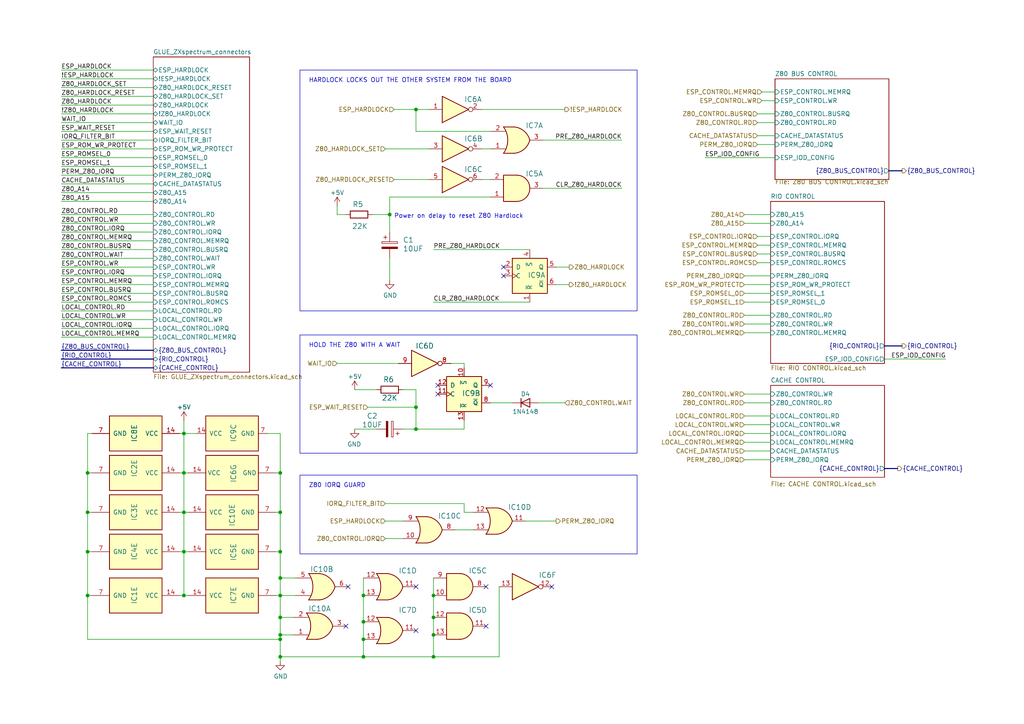
<source format=kicad_sch>
(kicad_sch (version 20230121) (generator eeschema)
  (paper "A4")
  (title_block (comment 1 "This is a 74 series logic implemenation of the GLUE logic for a ZXspectrum FujiNet"))
  (lib_symbols
    (symbol "74xx:74HC04"
      (property "Reference" "U" (at 0 1.27 0))
      (property "Value" "74HC04" (at 0 -1.27 0))
      (symbol "74HC04_1_0"
        (polyline (pts (xy -3.81 3.81) (xy -3.81 -3.81) (xy 3.81 0) (xy -3.81 3.81)) (stroke (width 0.254)) (fill (type background)))
        (pin input line (at -7.62 0 0) (length 3.81) (name "~") (number "1"))
        (pin output inverted (at 7.62 0 180) (length 3.81) (name "~") (number "2"))
      )
      (symbol "74HC04_2_0"
        (polyline (pts (xy -3.81 3.81) (xy -3.81 -3.81) (xy 3.81 0) (xy -3.81 3.81)) (stroke (width 0.254)) (fill (type background)))
        (pin input line (at -7.62 0 0) (length 3.81) (name "~") (number "3"))
        (pin output inverted (at 7.62 0 180) (length 3.81) (name "~") (number "4"))
      )
      (symbol "74HC04_3_0"
        (polyline (pts (xy -3.81 3.81) (xy -3.81 -3.81) (xy 3.81 0) (xy -3.81 3.81)) (stroke (width 0.254)) (fill (type background)))
        (pin input line (at -7.62 0 0) (length 3.81) (name "~") (number "5"))
        (pin output inverted (at 7.62 0 180) (length 3.81) (name "~") (number "6"))
      )
      (symbol "74HC04_4_0"
        (polyline (pts (xy -3.81 3.81) (xy -3.81 -3.81) (xy 3.81 0) (xy -3.81 3.81)) (stroke (width 0.254)) (fill (type background)))
        (pin output inverted (at 7.62 0 180) (length 3.81) (name "~") (number "8"))
        (pin input line (at -7.62 0 0) (length 3.81) (name "~") (number "9"))
      )
      (symbol "74HC04_5_0"
        (polyline (pts (xy -3.81 3.81) (xy -3.81 -3.81) (xy 3.81 0) (xy -3.81 3.81)) (stroke (width 0.254)) (fill (type background)))
        (pin output inverted (at 7.62 0 180) (length 3.81) (name "~") (number "10"))
        (pin input line (at -7.62 0 0) (length 3.81) (name "~") (number "11"))
      )
      (symbol "74HC04_6_0"
        (polyline (pts (xy -3.81 3.81) (xy -3.81 -3.81) (xy 3.81 0) (xy -3.81 3.81)) (stroke (width 0.254)) (fill (type background)))
        (pin output inverted (at 7.62 0 180) (length 3.81) (name "~") (number "12"))
        (pin input line (at -7.62 0 0) (length 3.81) (name "~") (number "13"))
      )
      (symbol "74HC04_7_0"
        (pin power_in line (at 0 12.7 270) (length 5.08) (name "VCC") (number "14"))
        (pin power_in line (at 0 -12.7 90) (length 5.08) (name "GND") (number "7"))
      )
      (symbol "74HC04_7_1"
        (rectangle (start -5.08 7.62) (end 5.08 -7.62) (stroke (width 0.254)) (fill (type background)))
      )
    )
    (symbol "74xx:74HC74" (pin_names (offset 1.016))
      (property "Reference" "U" (at -7.62 8.89 0))
      (property "Value" "74HC74" (at -7.62 -8.89 0))
      (symbol "74HC74_1_0"
        (pin input line (at 0 -7.62 90) (length 2.54) (name "~{R}") (number "1"))
        (pin input line (at -7.62 2.54 0) (length 2.54) (name "D") (number "2"))
        (pin input clock (at -7.62 0 0) (length 2.54) (name "C") (number "3"))
        (pin input line (at 0 7.62 270) (length 2.54) (name "~{S}") (number "4"))
        (pin output line (at 7.62 2.54 180) (length 2.54) (name "Q") (number "5"))
        (pin output line (at 7.62 -2.54 180) (length 2.54) (name "~{Q}") (number "6"))
      )
      (symbol "74HC74_1_1"
        (rectangle (start -5.08 5.08) (end 5.08 -5.08) (stroke (width 0.254)) (fill (type background)))
      )
      (symbol "74HC74_2_0"
        (pin input line (at 0 7.62 270) (length 2.54) (name "~{S}") (number "10"))
        (pin input clock (at -7.62 0 0) (length 2.54) (name "C") (number "11"))
        (pin input line (at -7.62 2.54 0) (length 2.54) (name "D") (number "12"))
        (pin input line (at 0 -7.62 90) (length 2.54) (name "~{R}") (number "13"))
        (pin output line (at 7.62 -2.54 180) (length 2.54) (name "~{Q}") (number "8"))
        (pin output line (at 7.62 2.54 180) (length 2.54) (name "Q") (number "9"))
      )
      (symbol "74HC74_2_1"
        (rectangle (start -5.08 5.08) (end 5.08 -5.08) (stroke (width 0.254)) (fill (type background)))
      )
      (symbol "74HC74_3_0"
        (pin power_in line (at 0 10.16 270) (length 2.54) (name "VCC") (number "14"))
        (pin power_in line (at 0 -10.16 90) (length 2.54) (name "GND") (number "7"))
      )
      (symbol "74HC74_3_1"
        (rectangle (start -5.08 7.62) (end 5.08 -7.62) (stroke (width 0.254)) (fill (type background)))
      )
    )
    (symbol "74xx:74LS08" (pin_names (offset 1.016))
      (property "Reference" "U" (at 0 1.27 0))
      (property "Value" "74LS08" (at 0 -1.27 0))
      (symbol "74LS08_1_1"
        (arc (start 0 -3.81) (mid 3.7934 0) (end 0 3.81) (stroke (width 0.254)) (fill (type background)))
        (polyline (pts (xy 0 3.81) (xy -3.81 3.81) (xy -3.81 -3.81) (xy 0 -3.81)) (stroke (width 0.254)) (fill (type background)))
        (pin input line (at -7.62 2.54 0) (length 3.81) (name "~") (number "1"))
        (pin input line (at -7.62 -2.54 0) (length 3.81) (name "~") (number "2"))
        (pin output line (at 7.62 0 180) (length 3.81) (name "~") (number "3"))
      )
      (symbol "74LS08_1_2"
        (arc (start -3.81 -3.81) (mid -2.589 0) (end -3.81 3.81) (stroke (width 0.254)))
        (arc (start -0.6096 -3.81) (mid 2.1842 -2.5851) (end 3.81 0) (stroke (width 0.254)) (fill (type background)))
        (polyline (pts (xy -3.81 -3.81) (xy -0.635 -3.81)) (stroke (width 0.254)) (fill (type background)))
        (polyline (pts (xy -3.81 3.81) (xy -0.635 3.81)) (stroke (width 0.254)) (fill (type background)))
        (polyline (pts (xy -0.635 3.81) (xy -3.81 3.81) (xy -3.81 3.81) (xy -3.556 3.4036) (xy -3.0226 2.2606) (xy -2.6924 1.0414) (xy -2.6162 -0.254) (xy -2.7686 -1.4986) (xy -3.175 -2.7178) (xy -3.81 -3.81) (xy -3.81 -3.81) (xy -0.635 -3.81)) (stroke (width -25.4)) (fill (type background)))
        (arc (start 3.81 0) (mid 2.1915 2.5936) (end -0.6096 3.81) (stroke (width 0.254)) (fill (type background)))
        (pin input inverted (at -7.62 2.54 0) (length 4.318) (name "~") (number "1"))
        (pin input inverted (at -7.62 -2.54 0) (length 4.318) (name "~") (number "2"))
        (pin output inverted (at 7.62 0 180) (length 3.81) (name "~") (number "3"))
      )
      (symbol "74LS08_2_1"
        (arc (start 0 -3.81) (mid 3.7934 0) (end 0 3.81) (stroke (width 0.254)) (fill (type background)))
        (polyline (pts (xy 0 3.81) (xy -3.81 3.81) (xy -3.81 -3.81) (xy 0 -3.81)) (stroke (width 0.254)) (fill (type background)))
        (pin input line (at -7.62 2.54 0) (length 3.81) (name "~") (number "4"))
        (pin input line (at -7.62 -2.54 0) (length 3.81) (name "~") (number "5"))
        (pin output line (at 7.62 0 180) (length 3.81) (name "~") (number "6"))
      )
      (symbol "74LS08_2_2"
        (arc (start -3.81 -3.81) (mid -2.589 0) (end -3.81 3.81) (stroke (width 0.254)))
        (arc (start -0.6096 -3.81) (mid 2.1842 -2.5851) (end 3.81 0) (stroke (width 0.254)) (fill (type background)))
        (polyline (pts (xy -3.81 -3.81) (xy -0.635 -3.81)) (stroke (width 0.254)) (fill (type background)))
        (polyline (pts (xy -3.81 3.81) (xy -0.635 3.81)) (stroke (width 0.254)) (fill (type background)))
        (polyline (pts (xy -0.635 3.81) (xy -3.81 3.81) (xy -3.81 3.81) (xy -3.556 3.4036) (xy -3.0226 2.2606) (xy -2.6924 1.0414) (xy -2.6162 -0.254) (xy -2.7686 -1.4986) (xy -3.175 -2.7178) (xy -3.81 -3.81) (xy -3.81 -3.81) (xy -0.635 -3.81)) (stroke (width -25.4)) (fill (type background)))
        (arc (start 3.81 0) (mid 2.1915 2.5936) (end -0.6096 3.81) (stroke (width 0.254)) (fill (type background)))
        (pin input inverted (at -7.62 2.54 0) (length 4.318) (name "~") (number "4"))
        (pin input inverted (at -7.62 -2.54 0) (length 4.318) (name "~") (number "5"))
        (pin output inverted (at 7.62 0 180) (length 3.81) (name "~") (number "6"))
      )
      (symbol "74LS08_3_1"
        (arc (start 0 -3.81) (mid 3.7934 0) (end 0 3.81) (stroke (width 0.254)) (fill (type background)))
        (polyline (pts (xy 0 3.81) (xy -3.81 3.81) (xy -3.81 -3.81) (xy 0 -3.81)) (stroke (width 0.254)) (fill (type background)))
        (pin input line (at -7.62 -2.54 0) (length 3.81) (name "~") (number "10"))
        (pin output line (at 7.62 0 180) (length 3.81) (name "~") (number "8"))
        (pin input line (at -7.62 2.54 0) (length 3.81) (name "~") (number "9"))
      )
      (symbol "74LS08_3_2"
        (arc (start -3.81 -3.81) (mid -2.589 0) (end -3.81 3.81) (stroke (width 0.254)))
        (arc (start -0.6096 -3.81) (mid 2.1842 -2.5851) (end 3.81 0) (stroke (width 0.254)) (fill (type background)))
        (polyline (pts (xy -3.81 -3.81) (xy -0.635 -3.81)) (stroke (width 0.254)) (fill (type background)))
        (polyline (pts (xy -3.81 3.81) (xy -0.635 3.81)) (stroke (width 0.254)) (fill (type background)))
        (polyline (pts (xy -0.635 3.81) (xy -3.81 3.81) (xy -3.81 3.81) (xy -3.556 3.4036) (xy -3.0226 2.2606) (xy -2.6924 1.0414) (xy -2.6162 -0.254) (xy -2.7686 -1.4986) (xy -3.175 -2.7178) (xy -3.81 -3.81) (xy -3.81 -3.81) (xy -0.635 -3.81)) (stroke (width -25.4)) (fill (type background)))
        (arc (start 3.81 0) (mid 2.1915 2.5936) (end -0.6096 3.81) (stroke (width 0.254)) (fill (type background)))
        (pin input inverted (at -7.62 -2.54 0) (length 4.318) (name "~") (number "10"))
        (pin output inverted (at 7.62 0 180) (length 3.81) (name "~") (number "8"))
        (pin input inverted (at -7.62 2.54 0) (length 4.318) (name "~") (number "9"))
      )
      (symbol "74LS08_4_1"
        (arc (start 0 -3.81) (mid 3.7934 0) (end 0 3.81) (stroke (width 0.254)) (fill (type background)))
        (polyline (pts (xy 0 3.81) (xy -3.81 3.81) (xy -3.81 -3.81) (xy 0 -3.81)) (stroke (width 0.254)) (fill (type background)))
        (pin output line (at 7.62 0 180) (length 3.81) (name "~") (number "11"))
        (pin input line (at -7.62 2.54 0) (length 3.81) (name "~") (number "12"))
        (pin input line (at -7.62 -2.54 0) (length 3.81) (name "~") (number "13"))
      )
      (symbol "74LS08_4_2"
        (arc (start -3.81 -3.81) (mid -2.589 0) (end -3.81 3.81) (stroke (width 0.254)))
        (arc (start -0.6096 -3.81) (mid 2.1842 -2.5851) (end 3.81 0) (stroke (width 0.254)) (fill (type background)))
        (polyline (pts (xy -3.81 -3.81) (xy -0.635 -3.81)) (stroke (width 0.254)) (fill (type background)))
        (polyline (pts (xy -3.81 3.81) (xy -0.635 3.81)) (stroke (width 0.254)) (fill (type background)))
        (polyline (pts (xy -0.635 3.81) (xy -3.81 3.81) (xy -3.81 3.81) (xy -3.556 3.4036) (xy -3.0226 2.2606) (xy -2.6924 1.0414) (xy -2.6162 -0.254) (xy -2.7686 -1.4986) (xy -3.175 -2.7178) (xy -3.81 -3.81) (xy -3.81 -3.81) (xy -0.635 -3.81)) (stroke (width -25.4)) (fill (type background)))
        (arc (start 3.81 0) (mid 2.1915 2.5936) (end -0.6096 3.81) (stroke (width 0.254)) (fill (type background)))
        (pin output inverted (at 7.62 0 180) (length 3.81) (name "~") (number "11"))
        (pin input inverted (at -7.62 2.54 0) (length 4.318) (name "~") (number "12"))
        (pin input inverted (at -7.62 -2.54 0) (length 4.318) (name "~") (number "13"))
      )
      (symbol "74LS08_5_0"
        (pin power_in line (at 0 12.7 270) (length 5.08) (name "VCC") (number "14"))
        (pin power_in line (at 0 -12.7 90) (length 5.08) (name "GND") (number "7"))
      )
      (symbol "74LS08_5_1"
        (rectangle (start -5.08 7.62) (end 5.08 -7.62) (stroke (width 0.254)) (fill (type background)))
      )
    )
    (symbol "74xx:74LS32" (pin_names (offset 1.016))
      (property "Reference" "U" (at 0 1.27 0))
      (property "Value" "74LS32" (at 0 -1.27 0))
      (symbol "74LS32_1_1"
        (arc (start -3.81 -3.81) (mid -2.589 0) (end -3.81 3.81) (stroke (width 0.254)))
        (arc (start -0.6096 -3.81) (mid 2.1842 -2.5851) (end 3.81 0) (stroke (width 0.254)) (fill (type background)))
        (polyline (pts (xy -3.81 -3.81) (xy -0.635 -3.81)) (stroke (width 0.254)) (fill (type background)))
        (polyline (pts (xy -3.81 3.81) (xy -0.635 3.81)) (stroke (width 0.254)) (fill (type background)))
        (polyline (pts (xy -0.635 3.81) (xy -3.81 3.81) (xy -3.81 3.81) (xy -3.556 3.4036) (xy -3.0226 2.2606) (xy -2.6924 1.0414) (xy -2.6162 -0.254) (xy -2.7686 -1.4986) (xy -3.175 -2.7178) (xy -3.81 -3.81) (xy -3.81 -3.81) (xy -0.635 -3.81)) (stroke (width -25.4)) (fill (type background)))
        (arc (start 3.81 0) (mid 2.1915 2.5936) (end -0.6096 3.81) (stroke (width 0.254)) (fill (type background)))
        (pin input line (at -7.62 2.54 0) (length 4.318) (name "~") (number "1"))
        (pin input line (at -7.62 -2.54 0) (length 4.318) (name "~") (number "2"))
        (pin output line (at 7.62 0 180) (length 3.81) (name "~") (number "3"))
      )
      (symbol "74LS32_1_2"
        (arc (start 0 -3.81) (mid 3.7934 0) (end 0 3.81) (stroke (width 0.254)) (fill (type background)))
        (polyline (pts (xy 0 3.81) (xy -3.81 3.81) (xy -3.81 -3.81) (xy 0 -3.81)) (stroke (width 0.254)) (fill (type background)))
        (pin input inverted (at -7.62 2.54 0) (length 3.81) (name "~") (number "1"))
        (pin input inverted (at -7.62 -2.54 0) (length 3.81) (name "~") (number "2"))
        (pin output inverted (at 7.62 0 180) (length 3.81) (name "~") (number "3"))
      )
      (symbol "74LS32_2_1"
        (arc (start -3.81 -3.81) (mid -2.589 0) (end -3.81 3.81) (stroke (width 0.254)))
        (arc (start -0.6096 -3.81) (mid 2.1842 -2.5851) (end 3.81 0) (stroke (width 0.254)) (fill (type background)))
        (polyline (pts (xy -3.81 -3.81) (xy -0.635 -3.81)) (stroke (width 0.254)) (fill (type background)))
        (polyline (pts (xy -3.81 3.81) (xy -0.635 3.81)) (stroke (width 0.254)) (fill (type background)))
        (polyline (pts (xy -0.635 3.81) (xy -3.81 3.81) (xy -3.81 3.81) (xy -3.556 3.4036) (xy -3.0226 2.2606) (xy -2.6924 1.0414) (xy -2.6162 -0.254) (xy -2.7686 -1.4986) (xy -3.175 -2.7178) (xy -3.81 -3.81) (xy -3.81 -3.81) (xy -0.635 -3.81)) (stroke (width -25.4)) (fill (type background)))
        (arc (start 3.81 0) (mid 2.1915 2.5936) (end -0.6096 3.81) (stroke (width 0.254)) (fill (type background)))
        (pin input line (at -7.62 2.54 0) (length 4.318) (name "~") (number "4"))
        (pin input line (at -7.62 -2.54 0) (length 4.318) (name "~") (number "5"))
        (pin output line (at 7.62 0 180) (length 3.81) (name "~") (number "6"))
      )
      (symbol "74LS32_2_2"
        (arc (start 0 -3.81) (mid 3.7934 0) (end 0 3.81) (stroke (width 0.254)) (fill (type background)))
        (polyline (pts (xy 0 3.81) (xy -3.81 3.81) (xy -3.81 -3.81) (xy 0 -3.81)) (stroke (width 0.254)) (fill (type background)))
        (pin input inverted (at -7.62 2.54 0) (length 3.81) (name "~") (number "4"))
        (pin input inverted (at -7.62 -2.54 0) (length 3.81) (name "~") (number "5"))
        (pin output inverted (at 7.62 0 180) (length 3.81) (name "~") (number "6"))
      )
      (symbol "74LS32_3_1"
        (arc (start -3.81 -3.81) (mid -2.589 0) (end -3.81 3.81) (stroke (width 0.254)))
        (arc (start -0.6096 -3.81) (mid 2.1842 -2.5851) (end 3.81 0) (stroke (width 0.254)) (fill (type background)))
        (polyline (pts (xy -3.81 -3.81) (xy -0.635 -3.81)) (stroke (width 0.254)) (fill (type background)))
        (polyline (pts (xy -3.81 3.81) (xy -0.635 3.81)) (stroke (width 0.254)) (fill (type background)))
        (polyline (pts (xy -0.635 3.81) (xy -3.81 3.81) (xy -3.81 3.81) (xy -3.556 3.4036) (xy -3.0226 2.2606) (xy -2.6924 1.0414) (xy -2.6162 -0.254) (xy -2.7686 -1.4986) (xy -3.175 -2.7178) (xy -3.81 -3.81) (xy -3.81 -3.81) (xy -0.635 -3.81)) (stroke (width -25.4)) (fill (type background)))
        (arc (start 3.81 0) (mid 2.1915 2.5936) (end -0.6096 3.81) (stroke (width 0.254)) (fill (type background)))
        (pin input line (at -7.62 -2.54 0) (length 4.318) (name "~") (number "10"))
        (pin output line (at 7.62 0 180) (length 3.81) (name "~") (number "8"))
        (pin input line (at -7.62 2.54 0) (length 4.318) (name "~") (number "9"))
      )
      (symbol "74LS32_3_2"
        (arc (start 0 -3.81) (mid 3.7934 0) (end 0 3.81) (stroke (width 0.254)) (fill (type background)))
        (polyline (pts (xy 0 3.81) (xy -3.81 3.81) (xy -3.81 -3.81) (xy 0 -3.81)) (stroke (width 0.254)) (fill (type background)))
        (pin input inverted (at -7.62 -2.54 0) (length 3.81) (name "~") (number "10"))
        (pin output inverted (at 7.62 0 180) (length 3.81) (name "~") (number "8"))
        (pin input inverted (at -7.62 2.54 0) (length 3.81) (name "~") (number "9"))
      )
      (symbol "74LS32_4_1"
        (arc (start -3.81 -3.81) (mid -2.589 0) (end -3.81 3.81) (stroke (width 0.254)))
        (arc (start -0.6096 -3.81) (mid 2.1842 -2.5851) (end 3.81 0) (stroke (width 0.254)) (fill (type background)))
        (polyline (pts (xy -3.81 -3.81) (xy -0.635 -3.81)) (stroke (width 0.254)) (fill (type background)))
        (polyline (pts (xy -3.81 3.81) (xy -0.635 3.81)) (stroke (width 0.254)) (fill (type background)))
        (polyline (pts (xy -0.635 3.81) (xy -3.81 3.81) (xy -3.81 3.81) (xy -3.556 3.4036) (xy -3.0226 2.2606) (xy -2.6924 1.0414) (xy -2.6162 -0.254) (xy -2.7686 -1.4986) (xy -3.175 -2.7178) (xy -3.81 -3.81) (xy -3.81 -3.81) (xy -0.635 -3.81)) (stroke (width -25.4)) (fill (type background)))
        (arc (start 3.81 0) (mid 2.1915 2.5936) (end -0.6096 3.81) (stroke (width 0.254)) (fill (type background)))
        (pin output line (at 7.62 0 180) (length 3.81) (name "~") (number "11"))
        (pin input line (at -7.62 2.54 0) (length 4.318) (name "~") (number "12"))
        (pin input line (at -7.62 -2.54 0) (length 4.318) (name "~") (number "13"))
      )
      (symbol "74LS32_4_2"
        (arc (start 0 -3.81) (mid 3.7934 0) (end 0 3.81) (stroke (width 0.254)) (fill (type background)))
        (polyline (pts (xy 0 3.81) (xy -3.81 3.81) (xy -3.81 -3.81) (xy 0 -3.81)) (stroke (width 0.254)) (fill (type background)))
        (pin output inverted (at 7.62 0 180) (length 3.81) (name "~") (number "11"))
        (pin input inverted (at -7.62 2.54 0) (length 3.81) (name "~") (number "12"))
        (pin input inverted (at -7.62 -2.54 0) (length 3.81) (name "~") (number "13"))
      )
      (symbol "74LS32_5_0"
        (pin power_in line (at 0 12.7 270) (length 5.08) (name "VCC") (number "14"))
        (pin power_in line (at 0 -12.7 90) (length 5.08) (name "GND") (number "7"))
      )
      (symbol "74LS32_5_1"
        (rectangle (start -5.08 7.62) (end 5.08 -7.62) (stroke (width 0.254)) (fill (type background)))
      )
    )
    (symbol "Device:C_Polarized" (pin_numbers hide) (pin_names (offset 0.254))
      (property "Reference" "C" (at 0.635 2.54 0))
      (property "Value" "C_Polarized" (at 0.635 -2.54 0))
      (symbol "C_Polarized_0_1"
        (rectangle (start -2.286 0.508) (end 2.286 1.016))
        (polyline (pts (xy -1.778 2.286) (xy -0.762 2.286)))
        (polyline (pts (xy -1.27 2.794) (xy -1.27 1.778)))
        (rectangle (start 2.286 -0.508) (end -2.286 -1.016) (fill (type outline)))
      )
      (symbol "C_Polarized_1_1"
        (pin passive line (at 0 3.81 270) (length 2.794) (name "~") (number "1"))
        (pin passive line (at 0 -3.81 90) (length 2.794) (name "~") (number "2"))
      )
    )
    (symbol "Device:D" (pin_numbers hide) (pin_names (offset 1.016) hide)
      (property "Reference" "D" (at 0 2.54 0))
      (property "Value" "D" (at 0 -2.54 0))
      (symbol "D_0_1"
        (polyline (pts (xy -1.27 1.27) (xy -1.27 -1.27)) (stroke (width 0.254)))
        (polyline (pts (xy 1.27 0) (xy -1.27 0)))
        (polyline (pts (xy 1.27 1.27) (xy 1.27 -1.27) (xy -1.27 0) (xy 1.27 1.27)) (stroke (width 0.254)))
      )
      (symbol "D_1_1"
        (pin passive line (at -3.81 0 0) (length 2.54) (name "K") (number "1"))
        (pin passive line (at 3.81 0 180) (length 2.54) (name "A") (number "2"))
      )
    )
    (symbol "Device:R" (pin_numbers hide) (pin_names (offset 0))
      (property "Reference" "R" (at 2.032 0 90))
      (property "Value" "R" (at 0 0 90))
      (symbol "R_0_1"
        (rectangle (start -1.016 -2.54) (end 1.016 2.54) (stroke (width 0.254)))
      )
      (symbol "R_1_1"
        (pin passive line (at 0 3.81 270) (length 1.27) (name "~") (number "1"))
        (pin passive line (at 0 -3.81 90) (length 1.27) (name "~") (number "2"))
      )
    )
    (symbol "power:+5V" (power) (pin_names (offset 0))
      (property "Value" "+5V" (at 0 3.556 0))
      (symbol "+5V_0_1"
        (polyline (pts (xy -0.762 1.27) (xy 0 2.54)))
        (polyline (pts (xy 0 0) (xy 0 2.54)))
        (polyline (pts (xy 0 2.54) (xy 0.762 1.27)))
      )
      (symbol "+5V_1_1"
        (pin power_in line (at 0 0 90) (length 0) hide (name "+5V") (number "1"))
      )
    )
    (symbol "power:GND" (power) (pin_names (offset 0))
      (property "Value" "GND" (at 0 -3.81 0))
      (symbol "GND_0_1"
        (polyline (pts (xy 0 0) (xy 0 -1.27) (xy 1.27 -1.27) (xy 0 -2.54) (xy -1.27 -1.27) (xy 0 -1.27)))
      )
      (symbol "GND_1_1"
        (pin power_in line (at 0 0 270) (length 0) hide (name "GND") (number "1"))
      )
    )
  )
  (bus_alias "RIO_CONTROL" (members "RIO_CONTROL.A16" "RIO_CONTROL.A15" "RIO_CONTROL.A14" "RIO_CONTROL.A13" "RIO_CONTROL.WE" "RIO_CONTROL.CE" "RIO_CONTROL.OE" "RIO_CONTROL.ROM_RDY"))
  (bus_alias "Z80_CONTROL" (members "Z80_CONTROL.RD" "Z80_CONTROL.WR" "Z80_CONTROL.IORQ" "Z80_CONTROL.MEMRQ" "Z80_CONTROL.BUSRQ" "Z80_CONTROL.WAIT" "Z80_CONTROL.ROMCS" "Z80_CONTROL.BUSACK" "Z80_CONTROL.NMI" "Z80_CONTROL.RESET"))
  (bus_alias "Z80_BUS_CONTROL" (members "Z80_BUS_CONTROL.Z80_DATA_DIR" "Z80_BUS_CONTROL.Z80_DATA_OE" "Z80_BUS_CONTROL.Z80_ADD_DIR" "Z80_BUS_CONTROL.Z80_ADD_OE"))
  (bus_alias "CACHE_CONTROL" (members "CACHE_CONTROL.A16" "CACHE_CONTROL.WE" "CACHE_CONTROL.OE" "CACHE_CONTROL.CS" "CACHE_CONTROL.DATASTATUS+PERM_Z80_IORQ"))
  (junction (at 81.28 184.15))
  (junction (at 105.41 190.5))
  (junction (at 105.41 172.72))
  (junction (at 81.28 172.72))
  (junction (at 25.4 148.59))
  (junction (at 25.4 172.72))
  (junction (at 125.73 172.72))
  (junction (at 120.65 124.46))
  (junction (at 120.65 31.75))
  (junction (at 105.41 180.34))
  (junction (at 53.34 125.73))
  (junction (at 81.28 179.07))
  (junction (at 113.03 62.23))
  (junction (at 53.34 160.02))
  (junction (at 25.4 160.02))
  (junction (at 125.73 179.07))
  (junction (at 25.4 137.16))
  (junction (at 81.28 160.02))
  (junction (at 81.28 137.16))
  (junction (at 105.41 185.42))
  (junction (at 81.28 190.5))
  (junction (at 120.65 118.11))
  (junction (at 53.34 137.16))
  (junction (at 81.28 167.64))
  (junction (at 125.73 184.15))
  (junction (at 53.34 148.59))
  (junction (at 125.73 190.5))
  (junction (at 81.28 185.42))
  (junction (at 81.28 148.59))
  (junction (at 53.34 172.72))
  (no_connect (at 120.65 182.88))
  (no_connect (at 146.05 80.01))
  (no_connect (at 146.05 77.47))
  (no_connect (at 142.24 111.76))
  (no_connect (at 127 111.76))
  (no_connect (at 127 114.3))
  (no_connect (at 100.965 170.18))
  (no_connect (at 140.97 170.18))
  (no_connect (at 120.65 170.18))
  (no_connect (at 160.02 170.18))
  (no_connect (at 140.97 181.61))
  (no_connect (at 100.33 181.61))
  (wire (pts (xy 139.7 43.18) (xy 142.24 43.18)))
  (wire (pts (xy 105.41 180.34) (xy 105.41 185.42)))
  (wire (pts (xy 220.98 29.21) (xy 224.79 29.21)))
  (wire (pts (xy 102.87 113.03) (xy 109.22 113.03)))
  (wire (pts (xy 80.01 148.59) (xy 81.28 148.59)))
  (wire (pts (xy 113.03 57.15) (xy 142.24 57.15)))
  (wire (pts (xy 17.78 30.48) (xy 44.45 30.48)))
  (wire (pts (xy 144.78 190.5) (xy 125.73 190.5)))
  (wire (pts (xy 81.28 160.02) (xy 81.28 167.64)))
  (wire (pts (xy 53.34 160.02) (xy 54.61 160.02)))
  (wire (pts (xy 116.84 124.46) (xy 120.65 124.46)))
  (wire (pts (xy 157.48 54.61) (xy 180.34 54.61)))
  (wire (pts (xy 215.9 91.44) (xy 223.52 91.44)))
  (wire (pts (xy 17.78 67.31) (xy 44.45 67.31)))
  (wire (pts (xy 139.7 31.75) (xy 163.83 31.75)))
  (wire (pts (xy 80.01 137.16) (xy 81.28 137.16)))
  (wire (pts (xy 25.4 172.72) (xy 25.4 185.42)))
  (wire (pts (xy 215.9 85.09) (xy 223.52 85.09)))
  (wire (pts (xy 142.24 38.1) (xy 120.65 38.1)))
  (bus (pts (xy 17.78 101.6) (xy 44.45 101.6)))
  (wire (pts (xy 52.07 125.73) (xy 53.34 125.73)))
  (wire (pts (xy 81.28 179.07) (xy 81.28 184.15)))
  (wire (pts (xy 125.73 72.39) (xy 153.67 72.39)))
  (wire (pts (xy 81.28 185.42) (xy 81.28 190.5)))
  (wire (pts (xy 215.9 114.3) (xy 223.52 114.3)))
  (wire (pts (xy 81.28 190.5) (xy 81.28 191.77)))
  (wire (pts (xy 125.73 179.07) (xy 125.73 184.15)))
  (wire (pts (xy 17.78 22.86) (xy 44.45 22.86)))
  (wire (pts (xy 124.46 52.07) (xy 114.3 52.07)))
  (wire (pts (xy 53.34 121.92) (xy 53.34 125.73)))
  (wire (pts (xy 17.78 50.8) (xy 44.45 50.8)))
  (wire (pts (xy 53.34 137.16) (xy 54.61 137.16)))
  (wire (pts (xy 17.78 77.47) (xy 44.45 77.47)))
  (wire (pts (xy 165.1 77.47) (xy 161.29 77.47)))
  (wire (pts (xy 116.84 151.13) (xy 111.76 151.13)))
  (wire (pts (xy 81.28 184.15) (xy 81.28 185.42)))
  (wire (pts (xy 80.01 172.72) (xy 81.28 172.72)))
  (wire (pts (xy 215.9 125.73) (xy 223.52 125.73)))
  (wire (pts (xy 124.46 43.18) (xy 111.76 43.18)))
  (wire (pts (xy 85.725 172.72) (xy 81.28 172.72)))
  (wire (pts (xy 81.28 137.16) (xy 81.28 148.59)))
  (wire (pts (xy 17.78 58.42) (xy 44.45 58.42)))
  (wire (pts (xy 97.79 105.41) (xy 115.57 105.41)))
  (wire (pts (xy 223.52 133.35) (xy 215.9 133.35)))
  (wire (pts (xy 17.78 45.72) (xy 44.45 45.72)))
  (wire (pts (xy 25.4 160.02) (xy 26.67 160.02)))
  (wire (pts (xy 125.73 172.72) (xy 125.73 179.07)))
  (wire (pts (xy 111.76 146.05) (xy 134.62 146.05)))
  (wire (pts (xy 215.9 80.01) (xy 223.52 80.01)))
  (wire (pts (xy 17.78 82.55) (xy 44.45 82.55)))
  (wire (pts (xy 142.24 116.84) (xy 148.59 116.84)))
  (wire (pts (xy 157.48 40.64) (xy 180.34 40.64)))
  (wire (pts (xy 219.71 41.91) (xy 224.79 41.91)))
  (wire (pts (xy 17.78 27.94) (xy 44.45 27.94)))
  (wire (pts (xy 17.78 33.02) (xy 44.45 33.02)))
  (wire (pts (xy 120.65 113.03) (xy 116.84 113.03)))
  (wire (pts (xy 152.4 151.13) (xy 161.29 151.13)))
  (wire (pts (xy 144.78 170.18) (xy 144.78 190.5)))
  (wire (pts (xy 219.71 35.56) (xy 224.79 35.56)))
  (wire (pts (xy 139.7 52.07) (xy 142.24 52.07)))
  (bus (pts (xy 17.78 104.14) (xy 44.45 104.14)))
  (wire (pts (xy 25.4 172.72) (xy 26.67 172.72)))
  (wire (pts (xy 156.21 116.84) (xy 163.83 116.84)))
  (wire (pts (xy 120.65 124.46) (xy 134.62 124.46)))
  (wire (pts (xy 25.4 148.59) (xy 25.4 160.02)))
  (wire (pts (xy 256.54 104.14) (xy 274.32 104.14)))
  (wire (pts (xy 81.28 148.59) (xy 81.28 160.02)))
  (wire (pts (xy 161.29 82.55) (xy 165.1 82.55)))
  (wire (pts (xy 17.78 62.23) (xy 44.45 62.23)))
  (wire (pts (xy 120.65 118.11) (xy 120.65 124.46)))
  (wire (pts (xy 17.78 55.88) (xy 44.45 55.88)))
  (wire (pts (xy 97.79 59.69) (xy 97.79 62.23)))
  (wire (pts (xy 105.41 167.64) (xy 105.41 172.72)))
  (wire (pts (xy 52.07 148.59) (xy 53.34 148.59)))
  (wire (pts (xy 132.08 153.67) (xy 137.16 153.67)))
  (wire (pts (xy 220.98 26.67) (xy 224.79 26.67)))
  (wire (pts (xy 53.34 125.73) (xy 53.34 137.16)))
  (wire (pts (xy 219.71 33.02) (xy 224.79 33.02)))
  (wire (pts (xy 17.78 72.39) (xy 44.45 72.39)))
  (wire (pts (xy 215.9 82.55) (xy 223.52 82.55)))
  (wire (pts (xy 120.65 31.75) (xy 114.3 31.75)))
  (wire (pts (xy 85.725 167.64) (xy 81.28 167.64)))
  (wire (pts (xy 81.28 172.72) (xy 81.28 179.07)))
  (wire (pts (xy 215.9 62.23) (xy 223.52 62.23)))
  (wire (pts (xy 137.16 148.59) (xy 134.62 148.59)))
  (wire (pts (xy 219.71 71.12) (xy 223.52 71.12)))
  (wire (pts (xy 97.79 62.23) (xy 100.33 62.23)))
  (wire (pts (xy 26.67 125.73) (xy 25.4 125.73)))
  (wire (pts (xy 17.78 87.63) (xy 44.45 87.63)))
  (wire (pts (xy 17.78 97.79) (xy 44.45 97.79)))
  (wire (pts (xy 85.09 184.15) (xy 81.28 184.15)))
  (wire (pts (xy 219.71 76.2) (xy 223.52 76.2)))
  (wire (pts (xy 134.62 106.68) (xy 134.62 105.41)))
  (wire (pts (xy 215.9 120.65) (xy 223.52 120.65)))
  (wire (pts (xy 134.62 148.59) (xy 134.62 146.05)))
  (wire (pts (xy 53.34 160.02) (xy 53.34 172.72)))
  (wire (pts (xy 17.78 92.71) (xy 44.45 92.71)))
  (wire (pts (xy 17.78 53.34) (xy 44.45 53.34)))
  (wire (pts (xy 17.78 69.85) (xy 44.45 69.85)))
  (wire (pts (xy 17.78 85.09) (xy 44.45 85.09)))
  (wire (pts (xy 17.78 80.01) (xy 44.45 80.01)))
  (wire (pts (xy 204.47 45.72) (xy 224.79 45.72)))
  (bus (pts (xy 260.35 135.89) (xy 256.54 135.89)))
  (wire (pts (xy 17.78 43.18) (xy 44.45 43.18)))
  (wire (pts (xy 219.71 68.58) (xy 223.52 68.58)))
  (wire (pts (xy 215.9 93.98) (xy 223.52 93.98)))
  (wire (pts (xy 215.9 128.27) (xy 223.52 128.27)))
  (wire (pts (xy 120.65 38.1) (xy 120.65 31.75)))
  (wire (pts (xy 80.01 160.02) (xy 81.28 160.02)))
  (wire (pts (xy 17.78 64.77) (xy 44.45 64.77)))
  (wire (pts (xy 77.47 125.73) (xy 81.28 125.73)))
  (wire (pts (xy 17.78 40.64) (xy 44.45 40.64)))
  (wire (pts (xy 53.34 148.59) (xy 53.34 160.02)))
  (wire (pts (xy 17.78 95.25) (xy 44.45 95.25)))
  (wire (pts (xy 17.78 38.1) (xy 44.45 38.1)))
  (wire (pts (xy 17.78 35.56) (xy 44.45 35.56)))
  (wire (pts (xy 116.84 156.21) (xy 111.76 156.21)))
  (wire (pts (xy 25.4 148.59) (xy 26.67 148.59)))
  (wire (pts (xy 105.41 172.72) (xy 105.41 180.34)))
  (wire (pts (xy 130.81 105.41) (xy 134.62 105.41)))
  (wire (pts (xy 215.9 96.52) (xy 223.52 96.52)))
  (wire (pts (xy 85.09 179.07) (xy 81.28 179.07)))
  (bus (pts (xy 17.78 106.68) (xy 44.45 106.68)))
  (wire (pts (xy 52.07 172.72) (xy 53.34 172.72)))
  (wire (pts (xy 120.65 113.03) (xy 120.65 118.11)))
  (wire (pts (xy 107.95 62.23) (xy 113.03 62.23)))
  (wire (pts (xy 113.03 62.23) (xy 113.03 67.31)))
  (wire (pts (xy 215.9 64.77) (xy 223.52 64.77)))
  (wire (pts (xy 53.34 137.16) (xy 53.34 148.59)))
  (wire (pts (xy 53.34 148.59) (xy 54.61 148.59)))
  (wire (pts (xy 125.73 87.63) (xy 153.67 87.63)))
  (wire (pts (xy 52.07 137.16) (xy 53.34 137.16)))
  (wire (pts (xy 125.73 167.64) (xy 125.73 172.72)))
  (wire (pts (xy 113.03 57.15) (xy 113.03 62.23)))
  (wire (pts (xy 215.9 130.81) (xy 223.52 130.81)))
  (wire (pts (xy 105.41 190.5) (xy 81.28 190.5)))
  (wire (pts (xy 25.4 125.73) (xy 25.4 137.16)))
  (wire (pts (xy 125.73 184.15) (xy 125.73 190.5)))
  (wire (pts (xy 25.4 160.02) (xy 25.4 172.72)))
  (wire (pts (xy 17.78 74.93) (xy 44.45 74.93)))
  (wire (pts (xy 215.9 87.63) (xy 223.52 87.63)))
  (wire (pts (xy 125.73 190.5) (xy 105.41 190.5)))
  (wire (pts (xy 17.78 48.26) (xy 44.45 48.26)))
  (wire (pts (xy 219.71 73.66) (xy 223.52 73.66)))
  (wire (pts (xy 105.41 185.42) (xy 105.41 190.5)))
  (wire (pts (xy 25.4 137.16) (xy 26.67 137.16)))
  (wire (pts (xy 81.28 167.64) (xy 81.28 172.72)))
  (wire (pts (xy 17.78 20.32) (xy 44.45 20.32)))
  (wire (pts (xy 219.71 39.37) (xy 224.79 39.37)))
  (wire (pts (xy 53.34 125.73) (xy 57.15 125.73)))
  (wire (pts (xy 113.03 74.93) (xy 113.03 81.28)))
  (wire (pts (xy 53.34 172.72) (xy 54.61 172.72)))
  (bus (pts (xy 257.81 49.53) (xy 261.62 49.53)))
  (wire (pts (xy 124.46 31.75) (xy 120.65 31.75)))
  (wire (pts (xy 215.9 116.84) (xy 223.52 116.84)))
  (wire (pts (xy 25.4 137.16) (xy 25.4 148.59)))
  (wire (pts (xy 215.9 123.19) (xy 223.52 123.19)))
  (wire (pts (xy 17.78 90.17) (xy 44.45 90.17)))
  (bus (pts (xy 256.54 100.33) (xy 261.62 100.33)))
  (wire (pts (xy 102.87 124.46) (xy 109.22 124.46)))
  (wire (pts (xy 134.62 124.46) (xy 134.62 121.92)))
  (wire (pts (xy 25.4 185.42) (xy 81.28 185.42)))
  (wire (pts (xy 81.28 125.73) (xy 81.28 137.16)))
  (wire (pts (xy 106.68 118.11) (xy 120.65 118.11)))
  (wire (pts (xy 17.78 25.4) (xy 44.45 25.4)))
  (wire (pts (xy 52.07 160.02) (xy 53.34 160.02)))
  (rectangle (start 86.995 97.155) (end 184.785 131.445))
  (rectangle (start 86.995 20.32) (end 184.785 90.17))
  (rectangle (start 86.995 137.795) (end 184.785 160.655))
  (text "HARDLOCK LOCKS OUT THE OTHER SYSTEM FROM THE BOARD" (at 89.535 24.13 0) (effects (font (size 1.27 1.27)) (justify left bottom)))
  (text "Power on delay to reset Z80 Hardlock\n" (at 114.3 63.5 0) (effects (font (size 1.27 1.27)) (justify left bottom)))
  (text "HOLD THE Z80 WITH A WAIT" (at 89.535 100.965 0) (effects (font (size 1.27 1.27)) (justify left bottom)))
  (text "Z80 IORQ GUARD" (at 89.535 141.605 0) (effects (font (size 1.27 1.27)) (justify left bottom)))
  (label "ESP_ROMSEL_0" (at 17.78 45.72 0))
  (label "Z80_CONTROL.IORQ" (at 17.78 67.31 0))
  (label "ESP_CONTROL.MEMRQ" (at 17.78 82.55 0))
  (label "Z80_HARDLOCK" (at 17.78 30.48 0))
  (label "IORQ_FILTER_BIT" (at 17.78 40.64 0))
  (label "!ESP_HARDLOCK" (at 17.78 22.86 0))
  (label "Z80_CONTROL.WR" (at 17.78 64.77 0))
  (label "ESP_CONTROL.WR" (at 17.78 77.47 0))
  (label "CLR_Z80_HARDLOCK" (at 125.73 87.63 0))
  (label "ESP_HARDLOCK" (at 17.78 20.32 0))
  (label "PRE_Z80_HARDLOCK" (at 180.34 40.64 180))
  (label "Z80_A15" (at 17.78 58.42 0))
  (label "{RIO_CONTROL}" (at 17.78 104.14 0))
  (label "ESP_IOD_CONFIG" (at 204.47 45.72 0))
  (label "{Z80_BUS_CONTROL}" (at 17.78 101.6 0))
  (label "ESP_IOD_CONFIG" (at 274.32 104.14 180))
  (label "LOCAL_CONTROL.WR" (at 17.78 92.71 0))
  (label "LOCAL_CONTROL.IORQ" (at 17.78 95.25 0))
  (label "ESP_CONTROL.IORQ" (at 17.78 80.01 0))
  (label "CLR_Z80_HARDLOCK" (at 180.34 54.61 180))
  (label "PRE_Z80_HARDLOCK" (at 125.73 72.39 0))
  (label "PERM_Z80_IORQ" (at 17.78 50.8 0))
  (label "Z80_CONTROL.RD" (at 17.78 62.23 0))
  (label "Z80_HARDLOCK_SET" (at 17.78 25.4 0))
  (label "CACHE_DATASTATUS" (at 17.78 53.34 0))
  (label "{CACHE_CONTROL}" (at 17.78 106.68 0))
  (label "Z80_HARDLOCK_RESET" (at 17.78 27.94 0))
  (label "ESP_ROM_WR_PROTECT" (at 17.78 43.18 0))
  (label "ESP_WAIT_RESET" (at 17.78 38.1 0))
  (label "ESP_CONTROL.ROMCS" (at 17.78 87.63 0))
  (label "WAIT_IO" (at 17.78 35.56 0))
  (label "ESP_ROMSEL_1" (at 17.78 48.26 0))
  (label "Z80_A14" (at 17.78 55.88 0))
  (label "LOCAL_CONTROL.MEMRQ" (at 17.78 97.79 0))
  (label "LOCAL_CONTROL.RD" (at 17.78 90.17 0))
  (label "ESP_CONTROL.BUSRQ" (at 17.78 85.09 0))
  (label "Z80_CONTROL.BUSRQ" (at 17.78 72.39 0))
  (label "Z80_CONTROL.MEMRQ" (at 17.78 69.85 0))
  (label "Z80_CONTROL.WAIT" (at 17.78 74.93 0))
  (label "!Z80_HARDLOCK" (at 17.78 33.02 0))
  (hierarchical_label "PERM_Z80_IORQ" (shape output) (at 161.29 151.13 0))
  (hierarchical_label "{Z80_BUS_CONTROL}" (shape output) (at 261.62 49.53 0))
  (hierarchical_label "LOCAL_CONTROL.WR" (shape input) (at 215.9 123.19 180))
  (hierarchical_label "Z80_CONTROL.BUSRQ" (shape input) (at 219.71 33.02 180))
  (hierarchical_label "ESP_ROMSEL_0" (shape input) (at 215.9 85.09 180))
  (hierarchical_label "{RIO_CONTROL}" (shape output) (at 261.62 100.33 0))
  (hierarchical_label "ESP_CONTROL.MEMRQ" (shape input) (at 220.98 26.67 180))
  (hierarchical_label "ESP_ROMSEL_1" (shape input) (at 215.9 87.63 180))
  (hierarchical_label "WAIT_IO" (shape input) (at 97.79 105.41 180))
  (hierarchical_label "Z80_HARDLOCK" (shape output) (at 165.1 77.47 0))
  (hierarchical_label "LOCAL_CONTROL.IORQ" (shape input) (at 215.9 125.73 180))
  (hierarchical_label "Z80_CONTROL.WR" (shape input) (at 215.9 93.98 180))
  (hierarchical_label "CACHE_DATASTATUS" (shape input) (at 219.71 39.37 180))
  (hierarchical_label "Z80_CONTROL.MEMRQ" (shape input) (at 215.9 96.52 180))
  (hierarchical_label "Z80_CONTROL.RD" (shape input) (at 219.71 35.56 180))
  (hierarchical_label "LOCAL_CONTROL.RD" (shape input) (at 215.9 120.65 180))
  (hierarchical_label "{CACHE_CONTROL}" (shape output) (at 260.35 135.89 0))
  (hierarchical_label "ESP_HARDLOCK" (shape input) (at 111.76 151.13 180))
  (hierarchical_label "ESP_CONTROL.MEMRQ" (shape input) (at 219.71 71.12 180))
  (hierarchical_label "ESP_CONTROL.BUSRQ" (shape input) (at 219.71 73.66 180))
  (hierarchical_label "ESP_CONTROL.ROMCS" (shape input) (at 219.71 76.2 180))
  (hierarchical_label "Z80_CONTROL.RD" (shape input) (at 215.9 91.44 180))
  (hierarchical_label "Z80_A15" (shape input) (at 215.9 64.77 180))
  (hierarchical_label "Z80_CONTROL.IORQ" (shape input) (at 111.76 156.21 180))
  (hierarchical_label "ESP_CONTROL.WR" (shape input) (at 220.98 29.21 180))
  (hierarchical_label "CACHE_DATASTATUS" (shape input) (at 215.9 130.81 180))
  (hierarchical_label "ESP_HARDLOCK" (shape input) (at 114.3 31.75 180))
  (hierarchical_label "ESP_ROM_WR_PROTECT" (shape input) (at 215.9 82.55 180))
  (hierarchical_label "!ESP_HARDLOCK" (shape output) (at 163.83 31.75 0))
  (hierarchical_label "Z80_HARDLOCK_RESET" (shape input) (at 114.3 52.07 180))
  (hierarchical_label "IORQ_FILTER_BIT" (shape input) (at 111.76 146.05 180))
  (hierarchical_label "PERM_Z80_IORQ" (shape input) (at 215.9 80.01 180))
  (hierarchical_label "PERM_Z80_IORQ" (shape input) (at 215.9 133.35 180))
  (hierarchical_label "Z80_A14" (shape input) (at 215.9 62.23 180))
  (hierarchical_label "LOCAL_CONTROL.MEMRQ" (shape input) (at 215.9 128.27 180))
  (hierarchical_label "Z80_HARDLOCK_SET" (shape input) (at 111.76 43.18 180))
  (hierarchical_label "Z80_CONTROL.WR" (shape input) (at 215.9 114.3 180))
  (hierarchical_label "ESP_CONTROL.IORQ" (shape input) (at 219.71 68.58 180))
  (hierarchical_label "ESP_WAIT_RESET" (shape input) (at 106.68 118.11 180))
  (hierarchical_label "PERM_Z80_IORQ" (shape input) (at 219.71 41.91 180))
  (hierarchical_label "Z80_CONTROL.RD" (shape input) (at 215.9 116.84 180))
  (hierarchical_label "Z80_CONTROL.WAIT" (shape input) (at 163.83 116.84 0))
  (hierarchical_label "!Z80_HARDLOCK" (shape output) (at 165.1 82.55 0))
  (symbol (lib_id "74xx:74LS08") (at 39.37 125.73 270) (mirror x) (unit 5)
    (property "Reference" "IC8" (at 38.1 128.27 0) (effects (font (size 1.4986 1.4986)) (justify left bottom)))
    (property "Value" "74HC08N" (effects hide))
    (property "Footprint" "Package_DIP:DIP-14_W7.62mm_Socket" (effects hide))
    (property "Datasheet" "http://www.ti.com/lit/gpn/sn74LS08" (effects hide))
  )
  (symbol (lib_id "74xx:74LS08") (at 39.37 160.02 270) (mirror x) (unit 5)
    (property "Reference" "IC4" (at 38.1 162.56 0) (effects (font (size 1.4986 1.4986)) (justify left bottom)))
    (property "Value" "74HC08N" (effects hide))
    (property "Footprint" "Package_DIP:DIP-14_W7.62mm_Socket" (effects hide))
    (property "Datasheet" "http://www.ti.com/lit/gpn/sn74LS08" (effects hide))
  )
  (symbol (lib_id "74xx:74HC04") (at 132.08 43.18 0) (mirror x) (unit 2)
    (property "Reference" "IC6" (at 134.62 39.37 0) (effects (font (size 1.4986 1.4986)) (justify left bottom)))
    (property "Value" "7404N" (effects hide))
    (property "Footprint" "Package_DIP:DIP-14_W7.62mm_Socket" (effects hide))
    (property "Datasheet" "https://assets.nexperia.com/documents/data-sheet/74HC_HCT04.pdf" (effects hide))
  )
  (symbol (lib_id "74xx:74LS32") (at 67.31 148.59 90) (mirror x) (unit 5)
    (property "Reference" "IC10" (at 67.31 146.05 0) (effects (font (size 1.4986 1.4986)) (justify left)))
    (property "Value" "74HC32N" (effects hide))
    (property "Footprint" "Package_DIP:DIP-14_W7.62mm_Socket" (effects hide))
    (property "Datasheet" "http://www.ti.com/lit/gpn/sn74LS32" (effects hide))
  )
  (symbol (lib_id "74xx:74LS32") (at 113.03 182.88 0) (unit 4)
    (property "Reference" "IC7" (at 115.57 177.8 0) (effects (font (size 1.4986 1.4986)) (justify left bottom)))
    (property "Value" "74HC32N" (effects hide))
    (property "Footprint" "Package_DIP:DIP-14_W7.62mm_Socket" (effects hide))
    (property "Datasheet" "http://www.ti.com/lit/gpn/sn74LS32" (effects hide))
  )
  (symbol (lib_id "74xx:74LS32") (at 93.345 170.18 0) (mirror x) (unit 2)
    (property "Reference" "IC10" (at 93.345 165.1 0) (effects (font (size 1.4986 1.4986))))
    (property "Value" "74HC32N" (effects hide))
    (property "Footprint" "Package_DIP:DIP-14_W7.62mm_Socket" (effects hide))
    (property "Datasheet" "http://www.ti.com/lit/gpn/sn74LS32" (effects hide))
  )
  (symbol (lib_id "74xx:74HC04") (at 67.31 137.16 90) (mirror x) (unit 7)
    (property "Reference" "IC6" (at 68.58 134.62 0) (effects (font (size 1.4986 1.4986)) (justify left bottom)))
    (property "Value" "7404N" (effects hide))
    (property "Footprint" "Package_DIP:DIP-14_W7.62mm_Socket" (effects hide))
    (property "Datasheet" "https://assets.nexperia.com/documents/data-sheet/74HC_HCT04.pdf" (effects hide))
  )
  (symbol (lib_id "74xx:74HC04") (at 132.08 31.75 0) (mirror x) (unit 1)
    (property "Reference" "IC6" (at 134.62 27.94 0) (effects (font (size 1.4986 1.4986)) (justify left bottom)))
    (property "Value" "7404N" (effects hide))
    (property "Footprint" "Package_DIP:DIP-14_W7.62mm_Socket" (effects hide))
    (property "Datasheet" "https://assets.nexperia.com/documents/data-sheet/74HC_HCT04.pdf" (effects hide))
  )
  (symbol (lib_id "74xx:74LS08") (at 67.31 160.02 90) (mirror x) (unit 5)
    (property "Reference" "IC5" (at 68.58 157.48 0) (effects (font (size 1.4986 1.4986)) (justify left bottom)))
    (property "Value" "74HC08N" (effects hide))
    (property "Footprint" "Package_DIP:DIP-14_W7.62mm_Socket" (effects hide))
    (property "Datasheet" "http://www.ti.com/lit/gpn/sn74LS08" (effects hide))
  )
  (symbol (lib_id "power:+5V") (at 102.87 113.03 0) (unit 1)
    (property "Reference" "#PWR011" (effects hide))
    (property "Value" "+5V" (at 102.87 109.22 0))
  )
  (symbol (lib_id "Device:R") (at 113.03 113.03 90) (unit 1)
    (property "Reference" "R6" (at 114.3 109.22 90) (effects (font (size 1.4986 1.4986)) (justify left bottom)))
    (property "Value" "22K" (at 115.316 114.554 90) (effects (font (size 1.4986 1.4986)) (justify left bottom)))
    (property "Footprint" "Resistor_THT:R_Axial_DIN0207_L6.3mm_D2.5mm_P10.16mm_Horizontal" (effects hide))
  )
  (symbol (lib_id "74xx:74HC04") (at 123.19 105.41 0) (unit 4)
    (property "Reference" "IC6" (at 123.19 100.33 0) (effects (font (size 1.4986 1.4986))))
    (property "Value" "7404N" (effects hide))
    (property "Footprint" "Package_DIP:DIP-14_W7.62mm_Socket" (effects hide))
    (property "Datasheet" "https://assets.nexperia.com/documents/data-sheet/74HC_HCT04.pdf" (effects hide))
  )
  (symbol (lib_id "74xx:74LS08") (at 149.86 54.61 0) (mirror x) (unit 1)
    (property "Reference" "IC5" (at 152.4 49.53 0) (effects (font (size 1.4986 1.4986)) (justify left bottom)))
    (property "Value" "74HC08N" (effects hide))
    (property "Footprint" "Package_DIP:DIP-14_W7.62mm_Socket" (effects hide))
    (property "Datasheet" "http://www.ti.com/lit/gpn/sn74LS08" (effects hide))
  )
  (symbol (lib_id "74xx:74LS32") (at 39.37 172.72 270) (mirror x) (unit 5)
    (property "Reference" "IC1" (at 38.1 175.26 0) (effects (font (size 1.4986 1.4986)) (justify left bottom)))
    (property "Value" "74HC32N" (effects hide))
    (property "Footprint" "Package_DIP:DIP-14_W7.62mm_Socket" (effects hide))
    (property "Datasheet" "http://www.ti.com/lit/gpn/sn74LS32" (effects hide))
  )
  (symbol (lib_id "74xx:74LS32") (at 144.78 151.13 0) (unit 4)
    (property "Reference" "IC10" (at 147.32 147.955 0) (effects (font (size 1.4986 1.4986)) (justify left bottom)))
    (property "Value" "74HC32N" (effects hide))
    (property "Footprint" "Package_DIP:DIP-14_W7.62mm_Socket" (effects hide))
    (property "Datasheet" "http://www.ti.com/lit/gpn/sn74LS32" (effects hide))
  )
  (symbol (lib_id "74xx:74LS32") (at 67.31 172.72 90) (unit 5)
    (property "Reference" "IC7" (at 68.58 175.26 0) (effects (font (size 1.4986 1.4986)) (justify left bottom)))
    (property "Value" "74HC32N" (effects hide))
    (property "Footprint" "Package_DIP:DIP-14_W7.62mm_Socket" (effects hide))
    (property "Datasheet" "http://www.ti.com/lit/gpn/sn74LS32" (effects hide))
  )
  (symbol (lib_id "74xx:74HC74") (at 134.62 114.3 0) (unit 2)
    (property "Reference" "IC9" (at 133.985 114.935 0) (effects (font (size 1.4986 1.4986)) (justify left bottom)))
    (property "Value" "7474N" (effects hide))
    (property "Footprint" "Package_DIP:DIP-14_W7.62mm_Socket" (effects hide))
    (property "Datasheet" "74xx/74hc_hct74.pdf" (effects hide))
  )
  (symbol (lib_id "74xx:74HC04") (at 132.08 52.07 0) (mirror x) (unit 3)
    (property "Reference" "IC6" (at 134.62 48.26 0) (effects (font (size 1.4986 1.4986)) (justify left bottom)))
    (property "Value" "7404N" (effects hide))
    (property "Footprint" "Package_DIP:DIP-14_W7.62mm_Socket" (effects hide))
    (property "Datasheet" "https://assets.nexperia.com/documents/data-sheet/74HC_HCT04.pdf" (effects hide))
  )
  (symbol (lib_id "74xx:74LS32") (at 92.71 181.61 0) (mirror x) (unit 1)
    (property "Reference" "IC10" (at 92.71 176.53 0) (effects (font (size 1.4986 1.4986))))
    (property "Value" "74HC32N" (effects hide))
    (property "Footprint" "Package_DIP:DIP-14_W7.62mm_Socket" (effects hide))
    (property "Datasheet" "http://www.ti.com/lit/gpn/sn74LS32" (effects hide))
  )
  (symbol (lib_id "power:+5V") (at 53.34 121.92 0) (mirror y) (unit 1)
    (property "Reference" "#PWR08" (effects hide))
    (property "Value" "+5V" (at 53.34 118.11 0))
  )
  (symbol (lib_id "74xx:74LS32") (at 39.37 137.16 270) (mirror x) (unit 5)
    (property "Reference" "IC2" (at 38.1 138.43 0) (effects (font (size 1.4986 1.4986)) (justify left bottom)))
    (property "Value" "74HC32N" (effects hide))
    (property "Footprint" "Package_DIP:DIP-14_W7.62mm_Socket" (effects hide))
    (property "Datasheet" "http://www.ti.com/lit/gpn/sn74LS32" (effects hide))
  )
  (symbol (lib_id "Device:C_Polarized") (at 113.03 71.12 0) (unit 1)
    (property "Reference" "C1" (at 116.84 69.596 0) (effects (font (size 1.4986 1.4986)) (justify left)))
    (property "Value" "10UF" (at 116.84 72.136 0) (effects (font (size 1.4986 1.4986)) (justify left)))
    (property "Footprint" "Capacitor_THT:CP_Radial_D8.0mm_P5.00mm" (effects hide))
  )
  (symbol (lib_id "power:GND") (at 113.03 81.28 0) (unit 1)
    (property "Reference" "#PWR013" (effects hide))
    (property "Value" "GND" (at 113.157 85.6742 0))
  )
  (symbol (lib_id "power:GND") (at 81.28 191.77 0) (unit 1)
    (property "Reference" "#PWR09" (effects hide))
    (property "Value" "GND" (at 81.407 196.1642 0))
  )
  (symbol (lib_id "74xx:74HC74") (at 153.67 80.01 0) (unit 1)
    (property "Reference" "IC9" (at 153.035 80.645 0) (effects (font (size 1.4986 1.4986)) (justify left bottom)))
    (property "Value" "7474N" (effects hide))
    (property "Footprint" "Package_DIP:DIP-14_W7.62mm_Socket" (effects hide))
    (property "Datasheet" "74xx/74hc_hct74.pdf" (effects hide))
  )
  (symbol (lib_id "Device:C_Polarized") (at 113.03 124.46 270) (mirror x) (unit 1)
    (property "Reference" "C2" (at 107.95 120.65 90) (effects (font (size 1.4986 1.4986))))
    (property "Value" "10UF" (at 107.95 123.19 90) (effects (font (size 1.4986 1.4986))))
    (property "Footprint" "Capacitor_THT:CP_Radial_D8.0mm_P5.00mm" (effects hide))
  )
  (symbol (lib_id "74xx:74LS08") (at 133.35 170.18 0) (unit 3)
    (property "Reference" "IC5" (at 135.89 166.37 0) (effects (font (size 1.4986 1.4986)) (justify left bottom)))
    (property "Value" "74HC08N" (effects hide))
    (property "Footprint" "Package_DIP:DIP-14_W7.62mm_Socket" (effects hide))
    (property "Datasheet" "http://www.ti.com/lit/gpn/sn74LS08" (effects hide))
  )
  (symbol (lib_id "Device:R") (at 104.14 62.23 90) (unit 1)
    (property "Reference" "R5" (at 105.41 58.42 90) (effects (font (size 1.4986 1.4986)) (justify left bottom)))
    (property "Value" "22K" (at 106.68 64.77 90) (effects (font (size 1.4986 1.4986)) (justify left bottom)))
    (property "Footprint" "Resistor_THT:R_Axial_DIN0207_L6.3mm_D2.5mm_P10.16mm_Horizontal" (effects hide))
  )
  (symbol (lib_id "74xx:74HC04") (at 152.4 170.18 0) (unit 6)
    (property "Reference" "IC6" (at 156.21 167.64 0) (effects (font (size 1.4986 1.4986)) (justify left bottom)))
    (property "Value" "7404N" (effects hide))
    (property "Footprint" "Package_DIP:DIP-14_W7.62mm_Socket" (effects hide))
    (property "Datasheet" "https://assets.nexperia.com/documents/data-sheet/74HC_HCT04.pdf" (effects hide))
  )
  (symbol (lib_id "power:GND") (at 102.87 124.46 0) (mirror y) (unit 1)
    (property "Reference" "#PWR012" (effects hide))
    (property "Value" "GND" (at 102.743 128.8542 0))
  )
  (symbol (lib_id "74xx:74LS32") (at 149.86 40.64 0) (mirror x) (unit 1)
    (property "Reference" "IC7" (at 152.4 35.56 0) (effects (font (size 1.4986 1.4986)) (justify left bottom)))
    (property "Value" "74HC32N" (effects hide))
    (property "Footprint" "Package_DIP:DIP-14_W7.62mm_Socket" (effects hide))
    (property "Datasheet" "http://www.ti.com/lit/gpn/sn74LS32" (effects hide))
  )
  (symbol (lib_id "74xx:74LS32") (at 39.37 148.59 270) (mirror x) (unit 5)
    (property "Reference" "IC3" (at 38.1 151.13 0) (effects (font (size 1.4986 1.4986)) (justify left bottom)))
    (property "Value" "74HC32N" (effects hide))
    (property "Footprint" "Package_DIP:DIP-14_W7.62mm_Socket" (effects hide))
    (property "Datasheet" "http://www.ti.com/lit/gpn/sn74LS32" (effects hide))
  )
  (symbol (lib_id "power:+5V") (at 97.79 59.69 0) (unit 1)
    (property "Reference" "#PWR010" (effects hide))
    (property "Value" "+5V" (at 97.79 55.88 0))
  )
  (symbol (lib_id "74xx:74LS08") (at 133.35 181.61 0) (unit 4)
    (property "Reference" "IC5" (at 135.89 177.8 0) (effects (font (size 1.4986 1.4986)) (justify left bottom)))
    (property "Value" "74HC08N" (effects hide))
    (property "Footprint" "Package_DIP:DIP-14_W7.62mm_Socket" (effects hide))
    (property "Datasheet" "http://www.ti.com/lit/gpn/sn74LS08" (effects hide))
  )
  (symbol (lib_id "Device:D") (at 152.4 116.84 0) (unit 1)
    (property "Reference" "D4" (at 152.4 114.3 0))
    (property "Value" "1N4148" (at 152.4 119.38 0))
    (property "Footprint" "Diode_THT:D_T-1_P5.08mm_Horizontal" (effects hide))
  )
  (symbol (lib_id "74xx:74LS32") (at 124.46 153.67 0) (unit 3)
    (property "Reference" "IC10" (at 127 150.495 0) (effects (font (size 1.4986 1.4986)) (justify left bottom)))
    (property "Value" "74HC32N" (effects hide))
    (property "Footprint" "Package_DIP:DIP-14_W7.62mm_Socket" (effects hide))
    (property "Datasheet" "http://www.ti.com/lit/gpn/sn74LS32" (effects hide))
  )
  (symbol (lib_id "74xx:74HC74") (at 67.31 125.73 90) (unit 3)
    (property "Reference" "IC9" (at 68.58 128.27 0) (effects (font (size 1.4986 1.4986)) (justify left bottom)))
    (property "Value" "7474N" (effects hide))
    (property "Footprint" "Package_DIP:DIP-14_W7.62mm_Socket" (effects hide))
    (property "Datasheet" "74xx/74hc_hct74.pdf" (effects hide))
  )
  (symbol (lib_id "74xx:74LS32") (at 113.03 170.18 0) (unit 4)
    (property "Reference" "IC1" (at 115.57 166.37 0) (effects (font (size 1.4986 1.4986)) (justify left bottom)))
    (property "Value" "74HC32N" (effects hide))
    (property "Footprint" "Package_DIP:DIP-14_W7.62mm_Socket" (effects hide))
    (property "Datasheet" "http://www.ti.com/lit/gpn/sn74LS32" (effects hide))
  )
  (sheet (at 44.45 16.51) (size 27.94 91.44) (stroke (width 0.1524))
    (property "Sheetname" "GLUE_ZXspectrum_connectors" (at 44.45 15.7984 0) (effects (justify left bottom)))
    (property "Sheetfile" "GLUE_ZXspectrum_connectors.kicad_sch" (at 44.45 108.5346 0) (effects (justify left top)))
    (pin "PERM_Z80_IORQ" bidirectional (at 44.45 50.8 180))
    (pin "CACHE_DATASTATUS" bidirectional (at 44.45 53.34 180))
    (pin "ESP_WAIT_RESET" bidirectional (at 44.45 38.1 180))
    (pin "Z80_HARDLOCK_RESET" bidirectional (at 44.45 25.4 180))
    (pin "Z80_HARDLOCK_SET" bidirectional (at 44.45 27.94 180))
    (pin "WAIT_IO" bidirectional (at 44.45 35.56 180))
    (pin "ESP_ROM_WR_PROTECT" bidirectional (at 44.45 43.18 180))
    (pin "!ESP_HARDLOCK" bidirectional (at 44.45 22.86 180))
    (pin "ESP_ROMSEL_1" bidirectional (at 44.45 48.26 180))
    (pin "ESP_HARDLOCK" bidirectional (at 44.45 20.32 180))
    (pin "ESP_ROMSEL_0" bidirectional (at 44.45 45.72 180))
    (pin "!Z80_HARDLOCK" bidirectional (at 44.45 33.02 180))
    (pin "Z80_HARDLOCK" bidirectional (at 44.45 30.48 180))
    (pin "Z80_A15" bidirectional (at 44.45 55.88 180))
    (pin "Z80_A14" bidirectional (at 44.45 58.42 180))
    (pin "IORQ_FILTER_BIT" bidirectional (at 44.45 40.64 180))
    (pin "{Z80_BUS_CONTROL}" bidirectional (at 44.45 101.6 180))
    (pin "{RIO_CONTROL}" bidirectional (at 44.45 104.14 180))
    (pin "{CACHE_CONTROL}" bidirectional (at 44.45 106.68 180))
    (pin "ESP_CONTROL.ROMCS" input (at 44.45 87.63 180))
    (pin "ESP_CONTROL.MEMRQ" input (at 44.45 82.55 180))
    (pin "Z80_CONTROL.BUSRQ" input (at 44.45 72.39 180))
    (pin "Z80_CONTROL.RD" input (at 44.45 62.23 180))
    (pin "ESP_CONTROL.WR" input (at 44.45 77.47 180))
    (pin "ESP_CONTROL.IORQ" input (at 44.45 80.01 180))
    (pin "ESP_CONTROL.BUSRQ" input (at 44.45 85.09 180))
    (pin "Z80_CONTROL.WR" input (at 44.45 64.77 180))
    (pin "Z80_CONTROL.MEMRQ" input (at 44.45 69.85 180))
    (pin "LOCAL_CONTROL.IORQ" input (at 44.45 95.25 180))
    (pin "LOCAL_CONTROL.WR" input (at 44.45 92.71 180))
    (pin "LOCAL_CONTROL.RD" input (at 44.45 90.17 180))
    (pin "LOCAL_CONTROL.MEMRQ" input (at 44.45 97.79 180))
    (pin "Z80_CONTROL.WAIT" input (at 44.45 74.93 180))
    (pin "Z80_CONTROL.IORQ" input (at 44.45 67.31 180))
  )
  (sheet (at 223.52 58.42) (size 33.02 46.99) (stroke (width 0.1524))
    (property "Sheetname" "RIO CONTROL" (at 223.52 57.7084 0) (effects (justify left bottom)))
    (property "Sheetfile" "RIO CONTROL.kicad_sch" (at 223.52 105.9946 0) (effects (justify left top)))
    (pin "ESP_ROMSEL_1" input (at 223.52 85.09 180))
    (pin "ESP_ROMSEL_0" input (at 223.52 87.63 180))
    (pin "ESP_IOD_CONFIG" output (at 256.54 104.14 0))
    (pin "{RIO_CONTROL}" output (at 256.54 100.33 0))
    (pin "PERM_Z80_IORQ" input (at 223.52 80.01 180))
    (pin "ESP_ROM_WR_PROTECT" input (at 223.52 82.55 180))
    (pin "Z80_A14" input (at 223.52 64.77 180))
    (pin "Z80_A15" input (at 223.52 62.23 180))
    (pin "ESP_CONTROL.ROMCS" input (at 223.52 76.2 180))
    (pin "ESP_CONTROL.MEMRQ" input (at 223.52 71.12 180))
    (pin "ESP_CONTROL.IORQ" input (at 223.52 68.58 180))
    (pin "ESP_CONTROL.BUSRQ" input (at 223.52 73.66 180))
    (pin "Z80_CONTROL.RD" input (at 223.52 91.44 180))
    (pin "Z80_CONTROL.WR" input (at 223.52 93.98 180))
    (pin "Z80_CONTROL.MEMRQ" input (at 223.52 96.52 180))
  )
  (sheet (at 224.79 22.86) (size 33.02 29.21) (stroke (width 0.1524))
    (property "Sheetname" "Z80 BUS CONTROL" (at 224.79 22.1484 0) (effects (justify left bottom)))
    (property "Sheetfile" "Z80 BUS CONTROL.kicad_sch" (at 224.79 52.0196 0) (effects (justify left top)))
    (pin "PERM_Z80_IORQ" input (at 224.79 41.91 180))
    (pin "ESP_IOD_CONFIG" input (at 224.79 45.72 180))
    (pin "{Z80_BUS_CONTROL}" output (at 257.81 49.53 0))
    (pin "CACHE_DATASTATUS" input (at 224.79 39.37 180))
    (pin "ESP_CONTROL.MEMRQ" input (at 224.79 26.67 180))
    (pin "ESP_CONTROL.WR" input (at 224.79 29.21 180))
    (pin "Z80_CONTROL.BUSRQ" input (at 224.79 33.02 180))
    (pin "Z80_CONTROL.RD" input (at 224.79 35.56 180))
  )
  (sheet (at 223.52 111.76) (size 33.02 26.67) (stroke (width 0.1524))
    (property "Sheetname" "CACHE CONTROL" (at 223.52 111.0484 0) (effects (justify left bottom)))
    (property "Sheetfile" "CACHE CONTROL.kicad_sch" (at 223.52 139.6496 0) (effects (justify left top)))
    (pin "CACHE_DATASTATUS" input (at 223.52 130.81 180))
    (pin "PERM_Z80_IORQ" input (at 223.52 133.35 180))
    (pin "{CACHE_CONTROL}" output (at 256.54 135.89 0))
    (pin "Z80_CONTROL.WR" input (at 223.52 114.3 180))
    (pin "Z80_CONTROL.RD" input (at 223.52 116.84 180))
    (pin "LOCAL_CONTROL.IORQ" input (at 223.52 125.73 180))
    (pin "LOCAL_CONTROL.WR" input (at 223.52 123.19 180))
    (pin "LOCAL_CONTROL.MEMRQ" input (at 223.52 128.27 180))
    (pin "LOCAL_CONTROL.RD" input (at 223.52 120.65 180))
  )
)
</source>
